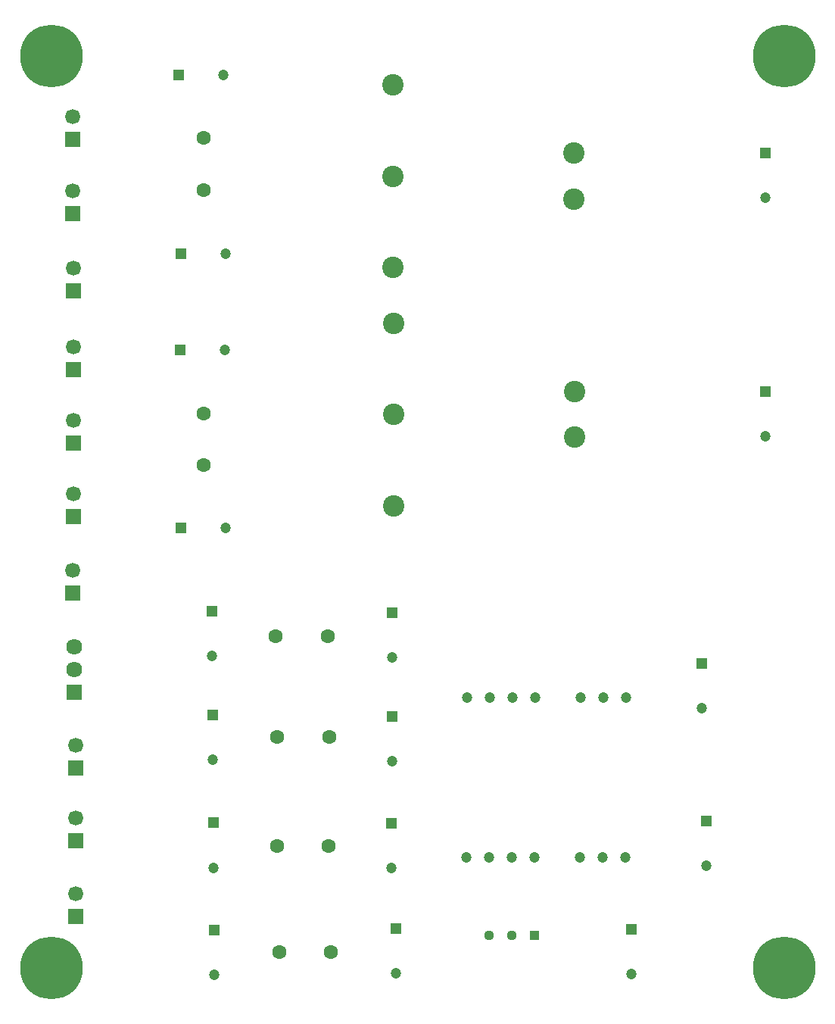
<source format=gbr>
%FSTAX23Y23*%
%MOIN*%
%SFA1B1*%

%IPPOS*%
%ADD18C,0.094488*%
%ADD19C,0.275590*%
%ADD20C,0.047244*%
%ADD21R,0.044488X0.044488*%
%ADD22C,0.044488*%
%ADD23R,0.047244X0.047244*%
%ADD24C,0.062992*%
%ADD25R,0.066535X0.066535*%
%ADD26C,0.066535*%
%ADD27R,0.070275X0.070275*%
%ADD28C,0.070275*%
%ADD29R,0.047244X0.047244*%
%LNpcb.psu.dcdc.001.a1_pads_bot-1*%
%LPD*%
G54D18*
X01664Y02594D03*
Y02192D03*
Y02996D03*
X02463Y02494D03*
Y02694D03*
X0166Y03643D03*
Y03242D03*
Y04045D03*
X02459Y03543D03*
Y03744D03*
G54D19*
X03385Y04173D03*
Y00157D03*
X00157D03*
Y04173D03*
G54D20*
X01986Y00645D03*
X02086D03*
X02186D03*
X02286D03*
X02486D03*
X02586D03*
X02686D03*
X01675Y00134D03*
X00871Y006D03*
X00869Y01074D03*
X033Y025D03*
X01988Y01349D03*
X02088D03*
X02188D03*
X02288D03*
X02488D03*
X02588D03*
X02688D03*
X033Y03548D03*
X00876Y00128D03*
X0271Y00132D03*
X01654Y00598D03*
X03043Y00608D03*
X00866Y01531D03*
X01659Y01069D03*
Y01526D03*
X03023Y01301D03*
X00926Y02094D03*
X00923Y02877D03*
X00925Y03303D03*
X00914Y0409D03*
G54D21*
X02284Y00301D03*
G54D22*
X02184Y00301D03*
X02084D03*
G54D23*
X01675Y00331D03*
X00871Y00797D03*
X00869Y01271D03*
X033Y02696D03*
Y03745D03*
X00876Y00325D03*
X0271Y00329D03*
X01654Y00795D03*
X03043Y00805D03*
X00866Y01728D03*
X01659Y01266D03*
Y01723D03*
X03023Y01498D03*
G54D24*
X0115Y00696D03*
X01378D03*
X00827Y02372D03*
Y026D03*
X00828Y03583D03*
Y03812D03*
X0138Y01175D03*
X01152D03*
X01146Y0162D03*
X01375D03*
X0116Y00227D03*
X01388D03*
G54D25*
X00254Y03137D03*
X0025Y03804D03*
X00253Y0348D03*
X00265Y00386D03*
X00253Y0181D03*
X00254Y02144D03*
X00256Y0247D03*
X00266Y00719D03*
X00264Y0104D03*
X00255Y02792D03*
G54D26*
X00254Y03237D03*
X0025Y03904D03*
X00253Y0358D03*
X00265Y00486D03*
X00253Y0191D03*
X00254Y02244D03*
X00256Y0257D03*
X00266Y00819D03*
X00264Y0114D03*
X00255Y02892D03*
G54D27*
X00257Y01372D03*
G54D28*
X00257Y01572D03*
Y01472D03*
G54D29*
X00729Y02094D03*
X00726Y02877D03*
X00728Y03303D03*
X00717Y0409D03*
M02*
</source>
